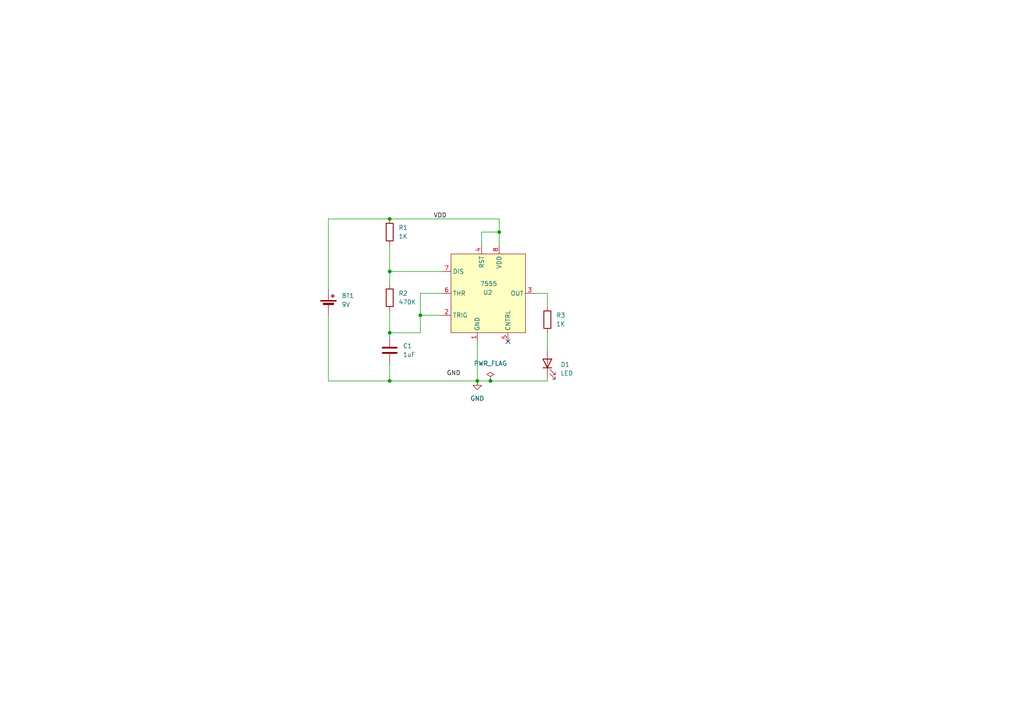
<source format=kicad_sch>
(kicad_sch
	(version 20250114)
	(generator "eeschema")
	(generator_version "9.0")
	(uuid "15373de7-513f-445a-88a4-0dc66367bc0d")
	(paper "A4")
	(lib_symbols
		(symbol "Device:Battery_Cell"
			(pin_numbers
				(hide yes)
			)
			(pin_names
				(offset 0)
				(hide yes)
			)
			(exclude_from_sim no)
			(in_bom yes)
			(on_board yes)
			(property "Reference" "BT"
				(at 2.54 2.54 0)
				(effects
					(font
						(size 1.27 1.27)
					)
					(justify left)
				)
			)
			(property "Value" "Battery_Cell"
				(at 2.54 0 0)
				(effects
					(font
						(size 1.27 1.27)
					)
					(justify left)
				)
			)
			(property "Footprint" ""
				(at 0 1.524 90)
				(effects
					(font
						(size 1.27 1.27)
					)
					(hide yes)
				)
			)
			(property "Datasheet" "~"
				(at 0 1.524 90)
				(effects
					(font
						(size 1.27 1.27)
					)
					(hide yes)
				)
			)
			(property "Description" "Single-cell battery"
				(at 0 0 0)
				(effects
					(font
						(size 1.27 1.27)
					)
					(hide yes)
				)
			)
			(property "ki_keywords" "battery cell"
				(at 0 0 0)
				(effects
					(font
						(size 1.27 1.27)
					)
					(hide yes)
				)
			)
			(symbol "Battery_Cell_0_1"
				(rectangle
					(start -2.286 1.778)
					(end 2.286 1.524)
					(stroke
						(width 0)
						(type default)
					)
					(fill
						(type outline)
					)
				)
				(rectangle
					(start -1.524 1.016)
					(end 1.524 0.508)
					(stroke
						(width 0)
						(type default)
					)
					(fill
						(type outline)
					)
				)
				(polyline
					(pts
						(xy 0 1.778) (xy 0 2.54)
					)
					(stroke
						(width 0)
						(type default)
					)
					(fill
						(type none)
					)
				)
				(polyline
					(pts
						(xy 0 0.762) (xy 0 0)
					)
					(stroke
						(width 0)
						(type default)
					)
					(fill
						(type none)
					)
				)
				(polyline
					(pts
						(xy 0.762 3.048) (xy 1.778 3.048)
					)
					(stroke
						(width 0.254)
						(type default)
					)
					(fill
						(type none)
					)
				)
				(polyline
					(pts
						(xy 1.27 3.556) (xy 1.27 2.54)
					)
					(stroke
						(width 0.254)
						(type default)
					)
					(fill
						(type none)
					)
				)
			)
			(symbol "Battery_Cell_1_1"
				(pin passive line
					(at 0 5.08 270)
					(length 2.54)
					(name "+"
						(effects
							(font
								(size 1.27 1.27)
							)
						)
					)
					(number "1"
						(effects
							(font
								(size 1.27 1.27)
							)
						)
					)
				)
				(pin passive line
					(at 0 -2.54 90)
					(length 2.54)
					(name "-"
						(effects
							(font
								(size 1.27 1.27)
							)
						)
					)
					(number "2"
						(effects
							(font
								(size 1.27 1.27)
							)
						)
					)
				)
			)
			(embedded_fonts no)
		)
		(symbol "Device:C"
			(pin_numbers
				(hide yes)
			)
			(pin_names
				(offset 0.254)
			)
			(exclude_from_sim no)
			(in_bom yes)
			(on_board yes)
			(property "Reference" "C"
				(at 0.635 2.54 0)
				(effects
					(font
						(size 1.27 1.27)
					)
					(justify left)
				)
			)
			(property "Value" "C"
				(at 0.635 -2.54 0)
				(effects
					(font
						(size 1.27 1.27)
					)
					(justify left)
				)
			)
			(property "Footprint" ""
				(at 0.9652 -3.81 0)
				(effects
					(font
						(size 1.27 1.27)
					)
					(hide yes)
				)
			)
			(property "Datasheet" "~"
				(at 0 0 0)
				(effects
					(font
						(size 1.27 1.27)
					)
					(hide yes)
				)
			)
			(property "Description" "Unpolarized capacitor"
				(at 0 0 0)
				(effects
					(font
						(size 1.27 1.27)
					)
					(hide yes)
				)
			)
			(property "ki_keywords" "cap capacitor"
				(at 0 0 0)
				(effects
					(font
						(size 1.27 1.27)
					)
					(hide yes)
				)
			)
			(property "ki_fp_filters" "C_*"
				(at 0 0 0)
				(effects
					(font
						(size 1.27 1.27)
					)
					(hide yes)
				)
			)
			(symbol "C_0_1"
				(polyline
					(pts
						(xy -2.032 0.762) (xy 2.032 0.762)
					)
					(stroke
						(width 0.508)
						(type default)
					)
					(fill
						(type none)
					)
				)
				(polyline
					(pts
						(xy -2.032 -0.762) (xy 2.032 -0.762)
					)
					(stroke
						(width 0.508)
						(type default)
					)
					(fill
						(type none)
					)
				)
			)
			(symbol "C_1_1"
				(pin passive line
					(at 0 3.81 270)
					(length 2.794)
					(name "~"
						(effects
							(font
								(size 1.27 1.27)
							)
						)
					)
					(number "1"
						(effects
							(font
								(size 1.27 1.27)
							)
						)
					)
				)
				(pin passive line
					(at 0 -3.81 90)
					(length 2.794)
					(name "~"
						(effects
							(font
								(size 1.27 1.27)
							)
						)
					)
					(number "2"
						(effects
							(font
								(size 1.27 1.27)
							)
						)
					)
				)
			)
			(embedded_fonts no)
		)
		(symbol "Device:LED"
			(pin_numbers
				(hide yes)
			)
			(pin_names
				(offset 1.016)
				(hide yes)
			)
			(exclude_from_sim no)
			(in_bom yes)
			(on_board yes)
			(property "Reference" "D"
				(at 0 2.54 0)
				(effects
					(font
						(size 1.27 1.27)
					)
				)
			)
			(property "Value" "LED"
				(at 0 -2.54 0)
				(effects
					(font
						(size 1.27 1.27)
					)
				)
			)
			(property "Footprint" ""
				(at 0 0 0)
				(effects
					(font
						(size 1.27 1.27)
					)
					(hide yes)
				)
			)
			(property "Datasheet" "~"
				(at 0 0 0)
				(effects
					(font
						(size 1.27 1.27)
					)
					(hide yes)
				)
			)
			(property "Description" "Light emitting diode"
				(at 0 0 0)
				(effects
					(font
						(size 1.27 1.27)
					)
					(hide yes)
				)
			)
			(property "Sim.Pins" "1=K 2=A"
				(at 0 0 0)
				(effects
					(font
						(size 1.27 1.27)
					)
					(hide yes)
				)
			)
			(property "ki_keywords" "LED diode"
				(at 0 0 0)
				(effects
					(font
						(size 1.27 1.27)
					)
					(hide yes)
				)
			)
			(property "ki_fp_filters" "LED* LED_SMD:* LED_THT:*"
				(at 0 0 0)
				(effects
					(font
						(size 1.27 1.27)
					)
					(hide yes)
				)
			)
			(symbol "LED_0_1"
				(polyline
					(pts
						(xy -3.048 -0.762) (xy -4.572 -2.286) (xy -3.81 -2.286) (xy -4.572 -2.286) (xy -4.572 -1.524)
					)
					(stroke
						(width 0)
						(type default)
					)
					(fill
						(type none)
					)
				)
				(polyline
					(pts
						(xy -1.778 -0.762) (xy -3.302 -2.286) (xy -2.54 -2.286) (xy -3.302 -2.286) (xy -3.302 -1.524)
					)
					(stroke
						(width 0)
						(type default)
					)
					(fill
						(type none)
					)
				)
				(polyline
					(pts
						(xy -1.27 0) (xy 1.27 0)
					)
					(stroke
						(width 0)
						(type default)
					)
					(fill
						(type none)
					)
				)
				(polyline
					(pts
						(xy -1.27 -1.27) (xy -1.27 1.27)
					)
					(stroke
						(width 0.254)
						(type default)
					)
					(fill
						(type none)
					)
				)
				(polyline
					(pts
						(xy 1.27 -1.27) (xy 1.27 1.27) (xy -1.27 0) (xy 1.27 -1.27)
					)
					(stroke
						(width 0.254)
						(type default)
					)
					(fill
						(type none)
					)
				)
			)
			(symbol "LED_1_1"
				(pin passive line
					(at -3.81 0 0)
					(length 2.54)
					(name "K"
						(effects
							(font
								(size 1.27 1.27)
							)
						)
					)
					(number "1"
						(effects
							(font
								(size 1.27 1.27)
							)
						)
					)
				)
				(pin passive line
					(at 3.81 0 180)
					(length 2.54)
					(name "A"
						(effects
							(font
								(size 1.27 1.27)
							)
						)
					)
					(number "2"
						(effects
							(font
								(size 1.27 1.27)
							)
						)
					)
				)
			)
			(embedded_fonts no)
		)
		(symbol "Device:R"
			(pin_numbers
				(hide yes)
			)
			(pin_names
				(offset 0)
			)
			(exclude_from_sim no)
			(in_bom yes)
			(on_board yes)
			(property "Reference" "R"
				(at 2.032 0 90)
				(effects
					(font
						(size 1.27 1.27)
					)
				)
			)
			(property "Value" "R"
				(at 0 0 90)
				(effects
					(font
						(size 1.27 1.27)
					)
				)
			)
			(property "Footprint" ""
				(at -1.778 0 90)
				(effects
					(font
						(size 1.27 1.27)
					)
					(hide yes)
				)
			)
			(property "Datasheet" "~"
				(at 0 0 0)
				(effects
					(font
						(size 1.27 1.27)
					)
					(hide yes)
				)
			)
			(property "Description" "Resistor"
				(at 0 0 0)
				(effects
					(font
						(size 1.27 1.27)
					)
					(hide yes)
				)
			)
			(property "ki_keywords" "R res resistor"
				(at 0 0 0)
				(effects
					(font
						(size 1.27 1.27)
					)
					(hide yes)
				)
			)
			(property "ki_fp_filters" "R_*"
				(at 0 0 0)
				(effects
					(font
						(size 1.27 1.27)
					)
					(hide yes)
				)
			)
			(symbol "R_0_1"
				(rectangle
					(start -1.016 -2.54)
					(end 1.016 2.54)
					(stroke
						(width 0.254)
						(type default)
					)
					(fill
						(type none)
					)
				)
			)
			(symbol "R_1_1"
				(pin passive line
					(at 0 3.81 270)
					(length 1.27)
					(name "~"
						(effects
							(font
								(size 1.27 1.27)
							)
						)
					)
					(number "1"
						(effects
							(font
								(size 1.27 1.27)
							)
						)
					)
				)
				(pin passive line
					(at 0 -3.81 90)
					(length 1.27)
					(name "~"
						(effects
							(font
								(size 1.27 1.27)
							)
						)
					)
					(number "2"
						(effects
							(font
								(size 1.27 1.27)
							)
						)
					)
				)
			)
			(embedded_fonts no)
		)
		(symbol "GettingToBlinky_5.0_Updated:7555"
			(exclude_from_sim no)
			(in_bom yes)
			(on_board yes)
			(property "Reference" "U"
				(at 0 0 0)
				(effects
					(font
						(size 1.27 1.27)
					)
				)
			)
			(property "Value" ""
				(at 0 0 0)
				(effects
					(font
						(size 1.27 1.27)
					)
				)
			)
			(property "Footprint" ""
				(at 0 0 0)
				(effects
					(font
						(size 1.27 1.27)
					)
					(hide yes)
				)
			)
			(property "Datasheet" ""
				(at 0 0 0)
				(effects
					(font
						(size 1.27 1.27)
					)
					(hide yes)
				)
			)
			(property "Description" ""
				(at 0 0 0)
				(effects
					(font
						(size 1.27 1.27)
					)
					(hide yes)
				)
			)
			(symbol "7555_1_1"
				(rectangle
					(start -11.43 11.43)
					(end 10.16 -11.43)
					(stroke
						(width 0)
						(type solid)
					)
					(fill
						(type background)
					)
				)
				(pin input line
					(at -13.97 6.35 0)
					(length 2.54)
					(name "DIS"
						(effects
							(font
								(size 1.27 1.27)
							)
						)
					)
					(number "7"
						(effects
							(font
								(size 1.27 1.27)
							)
						)
					)
				)
				(pin input line
					(at -13.97 0 0)
					(length 2.54)
					(name "THR"
						(effects
							(font
								(size 1.27 1.27)
							)
						)
					)
					(number "6"
						(effects
							(font
								(size 1.27 1.27)
							)
						)
					)
				)
				(pin input line
					(at -13.97 -6.35 0)
					(length 2.54)
					(name "TRIG"
						(effects
							(font
								(size 1.27 1.27)
							)
						)
					)
					(number "2"
						(effects
							(font
								(size 1.27 1.27)
							)
						)
					)
				)
				(pin input line
					(at -3.81 -13.97 90)
					(length 2.54)
					(name "GND"
						(effects
							(font
								(size 1.27 1.27)
							)
						)
					)
					(number "1"
						(effects
							(font
								(size 1.27 1.27)
							)
						)
					)
				)
				(pin input line
					(at -2.54 13.97 270)
					(length 2.54)
					(name "RST"
						(effects
							(font
								(size 1.27 1.27)
							)
						)
					)
					(number "4"
						(effects
							(font
								(size 1.27 1.27)
							)
						)
					)
				)
				(pin input line
					(at 2.54 13.97 270)
					(length 2.54)
					(name "VDD"
						(effects
							(font
								(size 1.27 1.27)
							)
						)
					)
					(number "8"
						(effects
							(font
								(size 1.27 1.27)
							)
						)
					)
				)
				(pin input line
					(at 5.08 -13.97 90)
					(length 2.54)
					(name "CNTRL"
						(effects
							(font
								(size 1.27 1.27)
							)
						)
					)
					(number "5"
						(effects
							(font
								(size 1.27 1.27)
							)
						)
					)
				)
				(pin input line
					(at 12.7 0 180)
					(length 2.54)
					(name "OUT"
						(effects
							(font
								(size 1.27 1.27)
							)
						)
					)
					(number "3"
						(effects
							(font
								(size 1.27 1.27)
							)
						)
					)
				)
			)
			(embedded_fonts no)
		)
		(symbol "power:GND"
			(power)
			(pin_numbers
				(hide yes)
			)
			(pin_names
				(offset 0)
				(hide yes)
			)
			(exclude_from_sim no)
			(in_bom yes)
			(on_board yes)
			(property "Reference" "#PWR"
				(at 0 -6.35 0)
				(effects
					(font
						(size 1.27 1.27)
					)
					(hide yes)
				)
			)
			(property "Value" "GND"
				(at 0 -3.81 0)
				(effects
					(font
						(size 1.27 1.27)
					)
				)
			)
			(property "Footprint" ""
				(at 0 0 0)
				(effects
					(font
						(size 1.27 1.27)
					)
					(hide yes)
				)
			)
			(property "Datasheet" ""
				(at 0 0 0)
				(effects
					(font
						(size 1.27 1.27)
					)
					(hide yes)
				)
			)
			(property "Description" "Power symbol creates a global label with name \"GND\" , ground"
				(at 0 0 0)
				(effects
					(font
						(size 1.27 1.27)
					)
					(hide yes)
				)
			)
			(property "ki_keywords" "global power"
				(at 0 0 0)
				(effects
					(font
						(size 1.27 1.27)
					)
					(hide yes)
				)
			)
			(symbol "GND_0_1"
				(polyline
					(pts
						(xy 0 0) (xy 0 -1.27) (xy 1.27 -1.27) (xy 0 -2.54) (xy -1.27 -1.27) (xy 0 -1.27)
					)
					(stroke
						(width 0)
						(type default)
					)
					(fill
						(type none)
					)
				)
			)
			(symbol "GND_1_1"
				(pin power_in line
					(at 0 0 270)
					(length 0)
					(name "~"
						(effects
							(font
								(size 1.27 1.27)
							)
						)
					)
					(number "1"
						(effects
							(font
								(size 1.27 1.27)
							)
						)
					)
				)
			)
			(embedded_fonts no)
		)
		(symbol "power:PWR_FLAG"
			(power)
			(pin_numbers
				(hide yes)
			)
			(pin_names
				(offset 0)
				(hide yes)
			)
			(exclude_from_sim no)
			(in_bom yes)
			(on_board yes)
			(property "Reference" "#FLG"
				(at 0 1.905 0)
				(effects
					(font
						(size 1.27 1.27)
					)
					(hide yes)
				)
			)
			(property "Value" "PWR_FLAG"
				(at 0 3.81 0)
				(effects
					(font
						(size 1.27 1.27)
					)
				)
			)
			(property "Footprint" ""
				(at 0 0 0)
				(effects
					(font
						(size 1.27 1.27)
					)
					(hide yes)
				)
			)
			(property "Datasheet" "~"
				(at 0 0 0)
				(effects
					(font
						(size 1.27 1.27)
					)
					(hide yes)
				)
			)
			(property "Description" "Special symbol for telling ERC where power comes from"
				(at 0 0 0)
				(effects
					(font
						(size 1.27 1.27)
					)
					(hide yes)
				)
			)
			(property "ki_keywords" "flag power"
				(at 0 0 0)
				(effects
					(font
						(size 1.27 1.27)
					)
					(hide yes)
				)
			)
			(symbol "PWR_FLAG_0_0"
				(pin power_out line
					(at 0 0 90)
					(length 0)
					(name "~"
						(effects
							(font
								(size 1.27 1.27)
							)
						)
					)
					(number "1"
						(effects
							(font
								(size 1.27 1.27)
							)
						)
					)
				)
			)
			(symbol "PWR_FLAG_0_1"
				(polyline
					(pts
						(xy 0 0) (xy 0 1.27) (xy -1.016 1.905) (xy 0 2.54) (xy 1.016 1.905) (xy 0 1.27)
					)
					(stroke
						(width 0)
						(type default)
					)
					(fill
						(type none)
					)
				)
			)
			(embedded_fonts no)
		)
	)
	(junction
		(at 142.24 110.49)
		(diameter 0)
		(color 0 0 0 0)
		(uuid "405c9e68-fed5-4c02-9e0d-4f78f34d4205")
	)
	(junction
		(at 121.92 91.44)
		(diameter 0)
		(color 0 0 0 0)
		(uuid "67abe820-f25d-4c0d-a239-110d9cfac107")
	)
	(junction
		(at 113.03 110.49)
		(diameter 0)
		(color 0 0 0 0)
		(uuid "6a264c8e-eb25-4d8c-99c6-574320011926")
	)
	(junction
		(at 113.03 78.74)
		(diameter 0)
		(color 0 0 0 0)
		(uuid "6dcc51a7-ad02-46e5-ba4a-adc30ef9b933")
	)
	(junction
		(at 144.78 67.31)
		(diameter 0)
		(color 0 0 0 0)
		(uuid "74e9186c-c442-4e68-9e1f-883288c8079e")
	)
	(junction
		(at 113.03 63.5)
		(diameter 0)
		(color 0 0 0 0)
		(uuid "91436fca-20bc-4bb6-b064-3a3d702289ec")
	)
	(junction
		(at 138.43 110.49)
		(diameter 0)
		(color 0 0 0 0)
		(uuid "f91a358b-d987-4e06-998d-e9d2a25bee31")
	)
	(junction
		(at 113.03 96.52)
		(diameter 0)
		(color 0 0 0 0)
		(uuid "fbd5578d-076d-4512-9ff6-591a7920d577")
	)
	(no_connect
		(at 147.32 99.06)
		(uuid "0a294383-ed54-4c59-b526-b60ff552a292")
	)
	(wire
		(pts
			(xy 113.03 110.49) (xy 95.25 110.49)
		)
		(stroke
			(width 0)
			(type default)
		)
		(uuid "0d9cdb7d-e476-4af6-864d-45e868c6d3fa")
	)
	(wire
		(pts
			(xy 113.03 78.74) (xy 128.27 78.74)
		)
		(stroke
			(width 0)
			(type default)
		)
		(uuid "15793c5e-0c47-4072-a2c9-cf6e35cd29a0")
	)
	(wire
		(pts
			(xy 142.24 110.49) (xy 138.43 110.49)
		)
		(stroke
			(width 0)
			(type default)
		)
		(uuid "1721391d-de12-4e5c-97b4-dfda697fad02")
	)
	(wire
		(pts
			(xy 139.7 67.31) (xy 144.78 67.31)
		)
		(stroke
			(width 0)
			(type default)
		)
		(uuid "2ef205c0-4334-4985-9b45-9e3a1f659815")
	)
	(wire
		(pts
			(xy 113.03 97.79) (xy 113.03 96.52)
		)
		(stroke
			(width 0)
			(type default)
		)
		(uuid "30c3e77d-28c5-4b45-844b-c357de1ebcf1")
	)
	(wire
		(pts
			(xy 113.03 90.17) (xy 113.03 96.52)
		)
		(stroke
			(width 0)
			(type default)
		)
		(uuid "32199520-dc7a-4acd-ae2a-7a737e21ef32")
	)
	(wire
		(pts
			(xy 95.25 110.49) (xy 95.25 91.44)
		)
		(stroke
			(width 0)
			(type default)
		)
		(uuid "3ff9af9e-5c90-41a2-9a97-cf5b3726f340")
	)
	(wire
		(pts
			(xy 113.03 96.52) (xy 121.92 96.52)
		)
		(stroke
			(width 0)
			(type default)
		)
		(uuid "4637aaa5-4e92-4233-9ace-20447a8335eb")
	)
	(wire
		(pts
			(xy 158.75 96.52) (xy 158.75 101.6)
		)
		(stroke
			(width 0)
			(type default)
		)
		(uuid "59606983-297e-47a3-b0a4-a4fdc1639e18")
	)
	(wire
		(pts
			(xy 158.75 110.49) (xy 142.24 110.49)
		)
		(stroke
			(width 0)
			(type default)
		)
		(uuid "5bdf295b-4497-479f-b7eb-2532dbbb21fb")
	)
	(wire
		(pts
			(xy 121.92 96.52) (xy 121.92 91.44)
		)
		(stroke
			(width 0)
			(type default)
		)
		(uuid "7fe6fd7d-7f58-46ff-a078-c57d73d6954e")
	)
	(wire
		(pts
			(xy 158.75 85.09) (xy 154.94 85.09)
		)
		(stroke
			(width 0)
			(type default)
		)
		(uuid "80fdff5e-29f3-412d-8d39-941f67e27573")
	)
	(wire
		(pts
			(xy 95.25 63.5) (xy 113.03 63.5)
		)
		(stroke
			(width 0)
			(type default)
		)
		(uuid "81bdb6b9-ac35-4ff6-a4ae-d5356d111534")
	)
	(wire
		(pts
			(xy 144.78 67.31) (xy 144.78 63.5)
		)
		(stroke
			(width 0)
			(type default)
		)
		(uuid "83ab3045-a6f6-401d-9a62-d9b94071d976")
	)
	(wire
		(pts
			(xy 138.43 110.49) (xy 138.43 99.06)
		)
		(stroke
			(width 0)
			(type default)
		)
		(uuid "87402405-1c53-4b61-b53c-4d2794a6835d")
	)
	(wire
		(pts
			(xy 113.03 105.41) (xy 113.03 110.49)
		)
		(stroke
			(width 0)
			(type default)
		)
		(uuid "9d133760-31de-4b80-89e5-8c410a00cf0a")
	)
	(wire
		(pts
			(xy 113.03 78.74) (xy 113.03 82.55)
		)
		(stroke
			(width 0)
			(type default)
		)
		(uuid "b1e88dac-dc26-43a8-a551-d241ab1e8047")
	)
	(wire
		(pts
			(xy 128.27 85.09) (xy 121.92 85.09)
		)
		(stroke
			(width 0)
			(type default)
		)
		(uuid "cc8594a8-63ea-4c7d-a6de-d2f3d1fc1e97")
	)
	(wire
		(pts
			(xy 121.92 85.09) (xy 121.92 91.44)
		)
		(stroke
			(width 0)
			(type default)
		)
		(uuid "cd5fc579-ae07-4129-b2a9-09b0faf5e760")
	)
	(wire
		(pts
			(xy 139.7 71.12) (xy 139.7 67.31)
		)
		(stroke
			(width 0)
			(type default)
		)
		(uuid "d021512b-9017-48be-94ce-12b949c5a17e")
	)
	(wire
		(pts
			(xy 113.03 110.49) (xy 138.43 110.49)
		)
		(stroke
			(width 0)
			(type default)
		)
		(uuid "d2a470ae-1c3f-4e87-88df-b9851bc3309a")
	)
	(wire
		(pts
			(xy 144.78 67.31) (xy 144.78 71.12)
		)
		(stroke
			(width 0)
			(type default)
		)
		(uuid "d625a8da-6f23-41ac-9ada-4b69edd8300c")
	)
	(wire
		(pts
			(xy 158.75 109.22) (xy 158.75 110.49)
		)
		(stroke
			(width 0)
			(type default)
		)
		(uuid "da9a272e-1e3b-4b04-8565-4e667675e5cb")
	)
	(wire
		(pts
			(xy 113.03 71.12) (xy 113.03 78.74)
		)
		(stroke
			(width 0)
			(type default)
		)
		(uuid "de3ade90-b4f6-4bda-b6db-63f988f56595")
	)
	(wire
		(pts
			(xy 121.92 91.44) (xy 128.27 91.44)
		)
		(stroke
			(width 0)
			(type default)
		)
		(uuid "dfd3a671-0d00-478f-9712-82430b522fac")
	)
	(wire
		(pts
			(xy 95.25 83.82) (xy 95.25 63.5)
		)
		(stroke
			(width 0)
			(type default)
		)
		(uuid "e8956c8a-225c-4448-8204-85df3fd32857")
	)
	(wire
		(pts
			(xy 158.75 88.9) (xy 158.75 85.09)
		)
		(stroke
			(width 0)
			(type default)
		)
		(uuid "e90b926c-3258-42e2-8d04-285bc5fefc2f")
	)
	(wire
		(pts
			(xy 144.78 63.5) (xy 113.03 63.5)
		)
		(stroke
			(width 0)
			(type default)
		)
		(uuid "ef0abcb3-a782-40d9-a24b-a4cb058a7f72")
	)
	(label "GND"
		(at 129.54 109.22 0)
		(effects
			(font
				(size 1.27 1.27)
			)
			(justify left bottom)
		)
		(uuid "03c41d8b-6493-4d12-82a9-792b1815c74f")
	)
	(label "VDD"
		(at 125.73 63.5 0)
		(effects
			(font
				(size 1.27 1.27)
			)
			(justify left bottom)
		)
		(uuid "ded17b89-e1ae-4160-935e-5910b2af2839")
	)
	(symbol
		(lib_id "Device:C")
		(at 113.03 101.6 0)
		(unit 1)
		(exclude_from_sim no)
		(in_bom yes)
		(on_board yes)
		(dnp no)
		(fields_autoplaced yes)
		(uuid "04f6a415-48f6-4259-bec5-5652fae15b77")
		(property "Reference" "C1"
			(at 116.84 100.3299 0)
			(effects
				(font
					(size 1.27 1.27)
				)
				(justify left)
			)
		)
		(property "Value" "1uF"
			(at 116.84 102.8699 0)
			(effects
				(font
					(size 1.27 1.27)
				)
				(justify left)
			)
		)
		(property "Footprint" "Capacitor_SMD:C_0805_2012Metric"
			(at 113.9952 105.41 0)
			(effects
				(font
					(size 1.27 1.27)
				)
				(hide yes)
			)
		)
		(property "Datasheet" "~"
			(at 113.03 101.6 0)
			(effects
				(font
					(size 1.27 1.27)
				)
				(hide yes)
			)
		)
		(property "Description" "Unpolarized capacitor"
			(at 113.03 101.6 0)
			(effects
				(font
					(size 1.27 1.27)
				)
				(hide yes)
			)
		)
		(pin "2"
			(uuid "157f7e99-b8ad-4497-9757-c68b5a74549b")
		)
		(pin "1"
			(uuid "2c60e559-35a1-4959-a53d-eb807a95e9ea")
		)
		(instances
			(project ""
				(path "/15373de7-513f-445a-88a4-0dc66367bc0d"
					(reference "C1")
					(unit 1)
				)
			)
		)
	)
	(symbol
		(lib_id "Device:Battery_Cell")
		(at 95.25 88.9 0)
		(unit 1)
		(exclude_from_sim no)
		(in_bom yes)
		(on_board yes)
		(dnp no)
		(fields_autoplaced yes)
		(uuid "335ca32b-0905-4535-a09f-4c9bda205a6a")
		(property "Reference" "BT1"
			(at 99.06 85.7884 0)
			(effects
				(font
					(size 1.27 1.27)
				)
				(justify left)
			)
		)
		(property "Value" "9V"
			(at 99.06 88.3284 0)
			(effects
				(font
					(size 1.27 1.27)
				)
				(justify left)
			)
		)
		(property "Footprint" "BT1:S8211-46R"
			(at 95.25 87.376 90)
			(effects
				(font
					(size 1.27 1.27)
				)
				(hide yes)
			)
		)
		(property "Datasheet" "~"
			(at 95.25 87.376 90)
			(effects
				(font
					(size 1.27 1.27)
				)
				(hide yes)
			)
		)
		(property "Description" "Single-cell battery"
			(at 95.25 88.9 0)
			(effects
				(font
					(size 1.27 1.27)
				)
				(hide yes)
			)
		)
		(pin "2"
			(uuid "df104f39-ac26-44c6-ae9c-573ad279e1cb")
		)
		(pin "1"
			(uuid "54479e22-0048-4ca6-9507-a0ffe1e423f3")
		)
		(instances
			(project ""
				(path "/15373de7-513f-445a-88a4-0dc66367bc0d"
					(reference "BT1")
					(unit 1)
				)
			)
		)
	)
	(symbol
		(lib_id "power:GND")
		(at 138.43 110.49 0)
		(unit 1)
		(exclude_from_sim no)
		(in_bom yes)
		(on_board yes)
		(dnp no)
		(fields_autoplaced yes)
		(uuid "6570c7ff-cd22-4477-9318-54479c1b4b13")
		(property "Reference" "#PWR01"
			(at 138.43 116.84 0)
			(effects
				(font
					(size 1.27 1.27)
				)
				(hide yes)
			)
		)
		(property "Value" "GND"
			(at 138.43 115.57 0)
			(effects
				(font
					(size 1.27 1.27)
				)
			)
		)
		(property "Footprint" ""
			(at 138.43 110.49 0)
			(effects
				(font
					(size 1.27 1.27)
				)
				(hide yes)
			)
		)
		(property "Datasheet" ""
			(at 138.43 110.49 0)
			(effects
				(font
					(size 1.27 1.27)
				)
				(hide yes)
			)
		)
		(property "Description" "Power symbol creates a global label with name \"GND\" , ground"
			(at 138.43 110.49 0)
			(effects
				(font
					(size 1.27 1.27)
				)
				(hide yes)
			)
		)
		(pin "1"
			(uuid "384dd8fd-8ac6-4f8a-b842-f63cf57aebd1")
		)
		(instances
			(project ""
				(path "/15373de7-513f-445a-88a4-0dc66367bc0d"
					(reference "#PWR01")
					(unit 1)
				)
			)
		)
	)
	(symbol
		(lib_id "Device:LED")
		(at 158.75 105.41 90)
		(unit 1)
		(exclude_from_sim no)
		(in_bom yes)
		(on_board yes)
		(dnp no)
		(fields_autoplaced yes)
		(uuid "96bd23ae-a587-4c02-8ad1-7fbf463b41df")
		(property "Reference" "D1"
			(at 162.56 105.7274 90)
			(effects
				(font
					(size 1.27 1.27)
				)
				(justify right)
			)
		)
		(property "Value" "LED"
			(at 162.56 108.2674 90)
			(effects
				(font
					(size 1.27 1.27)
				)
				(justify right)
			)
		)
		(property "Footprint" "LED_SMD:LED_0805_2012Metric_Pad1.15x1.40mm_HandSolder"
			(at 158.75 105.41 0)
			(effects
				(font
					(size 1.27 1.27)
				)
				(hide yes)
			)
		)
		(property "Datasheet" "~"
			(at 158.75 105.41 0)
			(effects
				(font
					(size 1.27 1.27)
				)
				(hide yes)
			)
		)
		(property "Description" "Light emitting diode"
			(at 158.75 105.41 0)
			(effects
				(font
					(size 1.27 1.27)
				)
				(hide yes)
			)
		)
		(property "Sim.Pins" "1=K 2=A"
			(at 158.75 105.41 0)
			(effects
				(font
					(size 1.27 1.27)
				)
				(hide yes)
			)
		)
		(pin "1"
			(uuid "69fff4e1-60a1-4973-84b8-e6d726bccd95")
		)
		(pin "2"
			(uuid "e06828ff-cf30-40fe-8f39-6271d9947758")
		)
		(instances
			(project ""
				(path "/15373de7-513f-445a-88a4-0dc66367bc0d"
					(reference "D1")
					(unit 1)
				)
			)
		)
	)
	(symbol
		(lib_id "power:PWR_FLAG")
		(at 142.24 110.49 0)
		(unit 1)
		(exclude_from_sim no)
		(in_bom yes)
		(on_board yes)
		(dnp no)
		(fields_autoplaced yes)
		(uuid "afd28b16-6a8d-4929-b46f-1f1e78e7ff0e")
		(property "Reference" "#FLG02"
			(at 142.24 108.585 0)
			(effects
				(font
					(size 1.27 1.27)
				)
				(hide yes)
			)
		)
		(property "Value" "PWR_FLAG"
			(at 142.24 105.41 0)
			(effects
				(font
					(size 1.27 1.27)
				)
			)
		)
		(property "Footprint" ""
			(at 142.24 110.49 0)
			(effects
				(font
					(size 1.27 1.27)
				)
				(hide yes)
			)
		)
		(property "Datasheet" "~"
			(at 142.24 110.49 0)
			(effects
				(font
					(size 1.27 1.27)
				)
				(hide yes)
			)
		)
		(property "Description" "Special symbol for telling ERC where power comes from"
			(at 142.24 110.49 0)
			(effects
				(font
					(size 1.27 1.27)
				)
				(hide yes)
			)
		)
		(pin "1"
			(uuid "017847ba-9d82-40c2-8788-84f2db8fdde0")
		)
		(instances
			(project ""
				(path "/15373de7-513f-445a-88a4-0dc66367bc0d"
					(reference "#FLG02")
					(unit 1)
				)
			)
		)
	)
	(symbol
		(lib_id "GettingToBlinky_5.0_Updated:7555")
		(at 142.24 85.09 0)
		(unit 1)
		(exclude_from_sim no)
		(in_bom yes)
		(on_board yes)
		(dnp no)
		(uuid "bbbaedff-d0d2-40d1-9426-749023515f34")
		(property "Reference" "U2"
			(at 141.478 84.836 0)
			(effects
				(font
					(size 1.27 1.27)
				)
			)
		)
		(property "Value" "7555"
			(at 141.732 82.296 0)
			(effects
				(font
					(size 1.27 1.27)
				)
			)
		)
		(property "Footprint" "Package_SO:SOIC-8_3.9x4.9mm_P1.27mm"
			(at 142.24 85.09 0)
			(effects
				(font
					(size 1.27 1.27)
				)
				(hide yes)
			)
		)
		(property "Datasheet" ""
			(at 142.24 85.09 0)
			(effects
				(font
					(size 1.27 1.27)
				)
				(hide yes)
			)
		)
		(property "Description" ""
			(at 142.24 85.09 0)
			(effects
				(font
					(size 1.27 1.27)
				)
				(hide yes)
			)
		)
		(pin "1"
			(uuid "44af6854-26c8-4db4-ad0f-5c1e89eabfd9")
		)
		(pin "5"
			(uuid "ae103c7b-899b-432a-aea9-eb97cfaec594")
		)
		(pin "2"
			(uuid "26a9c250-dd66-4cb0-b509-39ea1f53e41a")
		)
		(pin "7"
			(uuid "8cb2142f-8505-4ed1-8f8d-17907f68f85c")
		)
		(pin "6"
			(uuid "0caf1fe4-34b2-4b17-a76d-a8812b7d28e6")
		)
		(pin "4"
			(uuid "1c005c31-3429-489b-86b5-f5f079dffab9")
		)
		(pin "8"
			(uuid "d7821b56-aa55-4e8e-a087-7a4d9557598d")
		)
		(pin "3"
			(uuid "497c1e06-f7cd-48b9-aa4f-b71f7635806e")
		)
		(instances
			(project ""
				(path "/15373de7-513f-445a-88a4-0dc66367bc0d"
					(reference "U2")
					(unit 1)
				)
			)
		)
	)
	(symbol
		(lib_id "Device:R")
		(at 113.03 67.31 0)
		(unit 1)
		(exclude_from_sim no)
		(in_bom yes)
		(on_board yes)
		(dnp no)
		(fields_autoplaced yes)
		(uuid "bd649855-89ca-4d1a-abb3-de798b8dd182")
		(property "Reference" "R1"
			(at 115.57 66.0399 0)
			(effects
				(font
					(size 1.27 1.27)
				)
				(justify left)
			)
		)
		(property "Value" "1K"
			(at 115.57 68.5799 0)
			(effects
				(font
					(size 1.27 1.27)
				)
				(justify left)
			)
		)
		(property "Footprint" "Resistor_SMD:R_0805_2012Metric_Pad1.20x1.40mm_HandSolder"
			(at 111.252 67.31 90)
			(effects
				(font
					(size 1.27 1.27)
				)
				(hide yes)
			)
		)
		(property "Datasheet" "~"
			(at 113.03 67.31 0)
			(effects
				(font
					(size 1.27 1.27)
				)
				(hide yes)
			)
		)
		(property "Description" "Resistor"
			(at 113.03 67.31 0)
			(effects
				(font
					(size 1.27 1.27)
				)
				(hide yes)
			)
		)
		(pin "2"
			(uuid "9516366a-2ca6-4620-a1b1-d84ecdecd5da")
		)
		(pin "1"
			(uuid "8b80a617-1396-4c03-b378-ccdb0f9bdcba")
		)
		(instances
			(project ""
				(path "/15373de7-513f-445a-88a4-0dc66367bc0d"
					(reference "R1")
					(unit 1)
				)
			)
		)
	)
	(symbol
		(lib_id "Device:R")
		(at 113.03 86.36 0)
		(unit 1)
		(exclude_from_sim no)
		(in_bom yes)
		(on_board yes)
		(dnp no)
		(fields_autoplaced yes)
		(uuid "bd94fbcd-5852-44ab-a0a9-9ada6d7095be")
		(property "Reference" "R2"
			(at 115.57 85.0899 0)
			(effects
				(font
					(size 1.27 1.27)
				)
				(justify left)
			)
		)
		(property "Value" "470K"
			(at 115.57 87.6299 0)
			(effects
				(font
					(size 1.27 1.27)
				)
				(justify left)
			)
		)
		(property "Footprint" "Resistor_SMD:R_0805_2012Metric_Pad1.20x1.40mm_HandSolder"
			(at 111.252 86.36 90)
			(effects
				(font
					(size 1.27 1.27)
				)
				(hide yes)
			)
		)
		(property "Datasheet" "~"
			(at 113.03 86.36 0)
			(effects
				(font
					(size 1.27 1.27)
				)
				(hide yes)
			)
		)
		(property "Description" "Resistor"
			(at 113.03 86.36 0)
			(effects
				(font
					(size 1.27 1.27)
				)
				(hide yes)
			)
		)
		(pin "2"
			(uuid "9516366a-2ca6-4620-a1b1-d84ecdecd5db")
		)
		(pin "1"
			(uuid "8b80a617-1396-4c03-b378-ccdb0f9bdcbb")
		)
		(instances
			(project ""
				(path "/15373de7-513f-445a-88a4-0dc66367bc0d"
					(reference "R2")
					(unit 1)
				)
			)
		)
	)
	(symbol
		(lib_id "Device:R")
		(at 158.75 92.71 0)
		(unit 1)
		(exclude_from_sim no)
		(in_bom yes)
		(on_board yes)
		(dnp no)
		(fields_autoplaced yes)
		(uuid "fe38772b-e4d8-4089-8b1c-10c46f76aa9e")
		(property "Reference" "R3"
			(at 161.29 91.4399 0)
			(effects
				(font
					(size 1.27 1.27)
				)
				(justify left)
			)
		)
		(property "Value" "1K"
			(at 161.29 93.9799 0)
			(effects
				(font
					(size 1.27 1.27)
				)
				(justify left)
			)
		)
		(property "Footprint" "Resistor_SMD:R_0805_2012Metric_Pad1.20x1.40mm_HandSolder"
			(at 156.972 92.71 90)
			(effects
				(font
					(size 1.27 1.27)
				)
				(hide yes)
			)
		)
		(property "Datasheet" "~"
			(at 158.75 92.71 0)
			(effects
				(font
					(size 1.27 1.27)
				)
				(hide yes)
			)
		)
		(property "Description" "Resistor"
			(at 158.75 92.71 0)
			(effects
				(font
					(size 1.27 1.27)
				)
				(hide yes)
			)
		)
		(pin "2"
			(uuid "9516366a-2ca6-4620-a1b1-d84ecdecd5dc")
		)
		(pin "1"
			(uuid "8b80a617-1396-4c03-b378-ccdb0f9bdcbc")
		)
		(instances
			(project ""
				(path "/15373de7-513f-445a-88a4-0dc66367bc0d"
					(reference "R3")
					(unit 1)
				)
			)
		)
	)
	(sheet_instances
		(path "/"
			(page "1")
		)
	)
	(embedded_fonts no)
)

</source>
